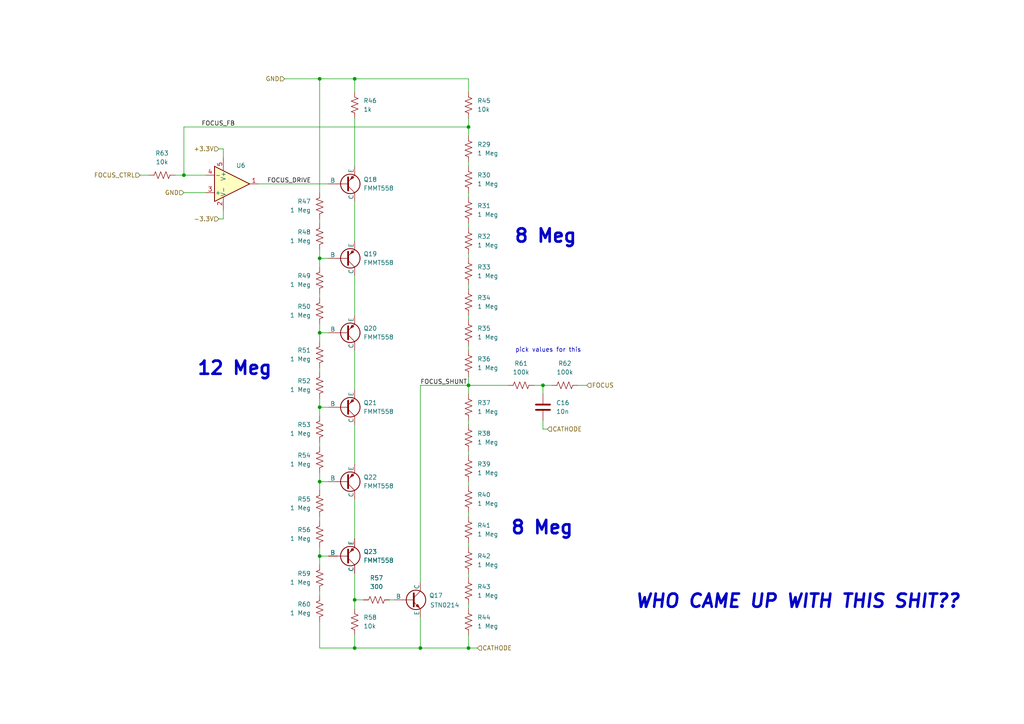
<source format=kicad_sch>
(kicad_sch (version 20250114) (generator "eeschema") (generator_version "9.0")
  (paper "A4")
  (title_block (title "Focus Amplifier"))
  (lib_symbols
    (symbol "Amplifier_Operational:TLV2371DBV" (pin_names (offset 0.127))
      (property "Reference" "U6" (at 2.54 5.334 0))
      (symbol "TLV2371DBV_0_1"
        (polyline (pts (xy -5.08 5.08) (xy 5.08 0) (xy -5.08 -5.08) (xy -5.08 5.08)) (stroke (width 0.254)) (fill (type background)))
        (pin power_in line (at -2.54 7.62 270) (length 3.81) (name "V+") (number "5"))
        (pin power_in line (at -2.54 -7.62 90) (length 3.81) (name "V-") (number "2"))
      )
      (symbol "TLV2371DBV_1_1"
        (pin input line (at -7.62 2.54 0) (length 2.54) (name "-") (number "4"))
        (pin input line (at -7.62 -2.54 0) (length 2.54) (name "+") (number "3"))
        (pin output line (at 7.62 0 180) (length 2.54) (name "~") (number "1"))
      )
    )
    (symbol "Device:C" (pin_numbers (hide yes)) (pin_names (offset 0.254))
      (property "Reference" "C" (at 0.635 2.54 0))
      (property "Value" "C" (at 0.635 -2.54 0))
      (symbol "C_0_1"
        (polyline (pts (xy -2.032 0.762) (xy 2.032 0.762)) (stroke (width 0.508)))
        (polyline (pts (xy -2.032 -0.762) (xy 2.032 -0.762)) (stroke (width 0.508)))
      )
      (symbol "C_1_1"
        (pin passive line (at 0 3.81 270) (length 2.794) (name "~") (number "1"))
        (pin passive line (at 0 -3.81 90) (length 2.794) (name "~") (number "2"))
      )
    )
    (symbol "Device:R_US" (pin_numbers (hide yes)) (pin_names (offset 0))
      (property "Reference" "R" (at 2.54 0 90))
      (property "Value" "R_US" (at -2.54 0 90))
      (symbol "R_US_0_1"
        (polyline (pts (xy 0 2.286) (xy 0 2.54)))
        (polyline (pts (xy 0 2.286) (xy 1.016 1.905) (xy 0 1.524) (xy -1.016 1.143) (xy 0 0.762)))
        (polyline (pts (xy 0 0.762) (xy 1.016 0.381) (xy 0 0) (xy -1.016 -0.381) (xy 0 -0.762)))
        (polyline (pts (xy 0 -0.762) (xy 1.016 -1.143) (xy 0 -1.524) (xy -1.016 -1.905) (xy 0 -2.286)))
        (polyline (pts (xy 0 -2.286) (xy 0 -2.54)))
      )
      (symbol "R_US_1_1"
        (pin passive line (at 0 3.81 270) (length 1.27) (name "~") (number "1"))
        (pin passive line (at 0 -3.81 90) (length 1.27) (name "~") (number "2"))
      )
    )
    (symbol "Simulation_SPICE:NPN" (pin_numbers (hide yes)) (pin_names (offset 0))
      (property "Reference" "Q" (at -2.54 7.62 0))
      (property "Value" "NPN" (at -2.54 5.08 0))
      (symbol "NPN_0_1"
        (polyline (pts (xy -2.54 0) (xy 0.635 0)) (stroke (width 0.1524)))
        (polyline (pts (xy 0.635 1.905) (xy 0.635 -1.905) (xy 0.635 -1.905)) (stroke (width 0.508)))
        (polyline (pts (xy 0.635 0.635) (xy 2.54 2.54)))
        (polyline (pts (xy 0.635 -0.635) (xy 2.54 -2.54) (xy 2.54 -2.54)))
        (circle (center 1.27 0) (radius 2.8194) (stroke (width 0.254)))
        (polyline (pts (xy 1.27 -1.778) (xy 1.778 -1.27) (xy 2.286 -2.286) (xy 1.27 -1.778) (xy 1.27 -1.778)) (fill (type outline)))
        (polyline (pts (xy 2.794 -1.27) (xy 2.794 -1.27)) (stroke (width 0.1524)))
        (polyline (pts (xy 2.794 -1.27) (xy 2.794 -1.27)) (stroke (width 0.1524)))
      )
      (symbol "NPN_1_1"
        (pin input line (at -5.08 0 0) (length 2.54) (name "B") (number "2"))
        (pin open_collector line (at 2.54 5.08 270) (length 2.54) (name "C") (number "1"))
        (pin open_emitter line (at 2.54 -5.08 90) (length 2.54) (name "E") (number "3"))
      )
    )
    (symbol "Simulation_SPICE:PNP" (pin_numbers (hide yes)) (pin_names (offset 0))
      (property "Reference" "Q" (at -2.54 7.62 0))
      (property "Value" "PNP" (at -2.54 5.08 0))
      (symbol "PNP_0_1"
        (polyline (pts (xy -2.54 0) (xy 0.635 0)) (stroke (width 0.1524)))
        (polyline (pts (xy 0.635 1.905) (xy 0.635 -1.905) (xy 0.635 -1.905)) (stroke (width 0.508)))
        (polyline (pts (xy 0.635 0.635) (xy 2.54 2.54)))
        (polyline (pts (xy 0.635 -0.635) (xy 2.54 -2.54) (xy 2.54 -2.54)))
        (circle (center 1.27 0) (radius 2.8194) (stroke (width 0.254)))
        (polyline (pts (xy 2.286 -1.778) (xy 1.778 -2.286) (xy 1.27 -1.27) (xy 2.286 -1.778) (xy 2.286 -1.778)) (fill (type outline)))
      )
      (symbol "PNP_1_1"
        (pin input line (at -5.08 0 0) (length 2.54) (name "B") (number "2"))
        (pin open_collector line (at 2.54 5.08 270) (length 2.54) (name "C") (number "1"))
        (pin open_emitter line (at 2.54 -5.08 90) (length 2.54) (name "E") (number "3"))
      )
    )
  )
  (text "12 Meg" (at 68.072 106.934 0) (effects (font (size 3.81 3.81) (thickness 0.762) (bold yes))))
  (text "pick values for this" (at 159.004 101.6 0) (effects (font (size 1.27 1.27))))
  (text "WHO CAME UP WITH THIS SHIT??" (at 231.394 174.498 0) (effects (font (size 3.81 3.81) (thickness 0.762) (bold yes) (italic yes))))
  (text "8 Meg" (at 158.242 68.58 0) (effects (font (size 3.81 3.81) (thickness 0.762) (bold yes))))
  (text "8 Meg" (at 157.226 153.162 0) (effects (font (size 3.81 3.81) (thickness 0.762) (bold yes))))
  (junction (at 135.89 187.96))
  (junction (at 157.48 111.76))
  (junction (at 92.71 22.86))
  (junction (at 92.71 139.7))
  (junction (at 92.71 96.52))
  (junction (at 92.71 74.93))
  (junction (at 135.89 36.83))
  (junction (at 121.92 187.96))
  (junction (at 135.89 111.76))
  (junction (at 102.87 173.99))
  (junction (at 92.71 161.29))
  (junction (at 53.34 50.8))
  (junction (at 102.87 22.86))
  (junction (at 92.71 118.11))
  (junction (at 102.87 187.96))
  (wire (pts (xy 157.48 111.76) (xy 157.48 114.3)))
  (wire (pts (xy 102.87 184.15) (xy 102.87 187.96)))
  (wire (pts (xy 92.71 187.96) (xy 92.71 180.34)))
  (wire (pts (xy 92.71 161.29) (xy 95.25 161.29)))
  (wire (pts (xy 135.89 111.76) (xy 135.89 114.3)))
  (wire (pts (xy 135.89 36.83) (xy 135.89 39.37)))
  (wire (pts (xy 92.71 171.45) (xy 92.71 172.72)))
  (wire (pts (xy 53.34 36.83) (xy 53.34 50.8)))
  (wire (pts (xy 135.89 111.76) (xy 147.32 111.76)))
  (wire (pts (xy 102.87 173.99) (xy 102.87 176.53)))
  (wire (pts (xy 92.71 115.57) (xy 92.71 118.11)))
  (wire (pts (xy 40.64 50.8) (xy 43.18 50.8)))
  (wire (pts (xy 92.71 72.39) (xy 92.71 74.93)))
  (wire (pts (xy 63.5 43.18) (xy 64.77 43.18)))
  (wire (pts (xy 135.89 121.92) (xy 135.89 123.19)))
  (wire (pts (xy 154.94 111.76) (xy 157.48 111.76)))
  (wire (pts (xy 135.89 166.37) (xy 135.89 167.64)))
  (wire (pts (xy 92.71 74.93) (xy 95.25 74.93)))
  (wire (pts (xy 135.89 187.96) (xy 138.43 187.96)))
  (wire (pts (xy 102.87 22.86) (xy 135.89 22.86)))
  (wire (pts (xy 135.89 175.26) (xy 135.89 176.53)))
  (wire (pts (xy 92.71 118.11) (xy 95.25 118.11)))
  (wire (pts (xy 135.89 139.7) (xy 135.89 140.97)))
  (wire (pts (xy 92.71 96.52) (xy 92.71 99.06)))
  (wire (pts (xy 92.71 128.27) (xy 92.71 129.54)))
  (wire (pts (xy 92.71 158.75) (xy 92.71 161.29)))
  (wire (pts (xy 102.87 187.96) (xy 92.71 187.96)))
  (wire (pts (xy 64.77 63.5) (xy 64.77 60.96)))
  (wire (pts (xy 92.71 149.86) (xy 92.71 151.13)))
  (wire (pts (xy 157.48 111.76) (xy 160.02 111.76)))
  (wire (pts (xy 102.87 48.26) (xy 102.87 34.29)))
  (wire (pts (xy 53.34 55.88) (xy 59.69 55.88)))
  (wire (pts (xy 121.92 168.91) (xy 121.92 111.76)))
  (wire (pts (xy 92.71 74.93) (xy 92.71 77.47)))
  (wire (pts (xy 102.87 58.42) (xy 102.87 69.85)))
  (wire (pts (xy 135.89 130.81) (xy 135.89 132.08)))
  (wire (pts (xy 92.71 139.7) (xy 92.71 142.24)))
  (wire (pts (xy 135.89 157.48) (xy 135.89 158.75)))
  (wire (pts (xy 92.71 22.86) (xy 92.71 55.88)))
  (wire (pts (xy 92.71 139.7) (xy 95.25 139.7)))
  (wire (pts (xy 64.77 43.18) (xy 64.77 45.72)))
  (wire (pts (xy 113.03 173.99) (xy 114.3 173.99)))
  (wire (pts (xy 102.87 173.99) (xy 105.41 173.99)))
  (wire (pts (xy 135.89 109.22) (xy 135.89 111.76)))
  (wire (pts (xy 158.75 124.46) (xy 157.48 124.46)))
  (wire (pts (xy 92.71 85.09) (xy 92.71 86.36)))
  (wire (pts (xy 102.87 22.86) (xy 102.87 26.67)))
  (wire (pts (xy 135.89 46.99) (xy 135.89 48.26)))
  (wire (pts (xy 53.34 36.83) (xy 135.89 36.83)))
  (wire (pts (xy 135.89 34.29) (xy 135.89 36.83)))
  (wire (pts (xy 135.89 55.88) (xy 135.89 57.15)))
  (wire (pts (xy 92.71 106.68) (xy 92.71 107.95)))
  (wire (pts (xy 92.71 137.16) (xy 92.71 139.7)))
  (wire (pts (xy 53.34 50.8) (xy 59.69 50.8)))
  (wire (pts (xy 92.71 161.29) (xy 92.71 163.83)))
  (wire (pts (xy 167.64 111.76) (xy 170.18 111.76)))
  (wire (pts (xy 92.71 63.5) (xy 92.71 64.77)))
  (wire (pts (xy 92.71 93.98) (xy 92.71 96.52)))
  (wire (pts (xy 74.93 53.34) (xy 95.25 53.34)))
  (wire (pts (xy 135.89 91.44) (xy 135.89 92.71)))
  (wire (pts (xy 102.87 80.01) (xy 102.87 91.44)))
  (wire (pts (xy 135.89 148.59) (xy 135.89 149.86)))
  (wire (pts (xy 92.71 22.86) (xy 102.87 22.86)))
  (wire (pts (xy 102.87 101.6) (xy 102.87 113.03)))
  (wire (pts (xy 63.5 63.5) (xy 64.77 63.5)))
  (wire (pts (xy 121.92 111.76) (xy 135.89 111.76)))
  (wire (pts (xy 50.8 50.8) (xy 53.34 50.8)))
  (wire (pts (xy 92.71 118.11) (xy 92.71 120.65)))
  (wire (pts (xy 102.87 166.37) (xy 102.87 173.99)))
  (wire (pts (xy 102.87 144.78) (xy 102.87 156.21)))
  (wire (pts (xy 92.71 96.52) (xy 95.25 96.52)))
  (wire (pts (xy 82.55 22.86) (xy 92.71 22.86)))
  (wire (pts (xy 135.89 73.66) (xy 135.89 74.93)))
  (wire (pts (xy 135.89 100.33) (xy 135.89 101.6)))
  (wire (pts (xy 157.48 124.46) (xy 157.48 121.92)))
  (wire (pts (xy 135.89 184.15) (xy 135.89 187.96)))
  (wire (pts (xy 102.87 123.19) (xy 102.87 134.62)))
  (wire (pts (xy 121.92 187.96) (xy 135.89 187.96)))
  (wire (pts (xy 135.89 82.55) (xy 135.89 83.82)))
  (wire (pts (xy 135.89 22.86) (xy 135.89 26.67)))
  (wire (pts (xy 135.89 64.77) (xy 135.89 66.04)))
  (wire (pts (xy 121.92 179.07) (xy 121.92 187.96)))
  (wire (pts (xy 121.92 187.96) (xy 102.87 187.96)))
  (label "FOCUS_FB" (at 58.42 36.83 0))
  (label "FOCUS_SHUNT" (at 121.92 111.76 0))
  (label "FOCUS_DRIVE" (at 77.47 53.34 0))
  (hierarchical_label "FOCUS_CTRL" (shape input) (at 40.64 50.8 180))
  (hierarchical_label "FOCUS" (shape input) (at 170.18 111.76 0))
  (hierarchical_label "GND" (shape input) (at 53.34 55.88 180))
  (hierarchical_label "-3.3V" (shape input) (at 63.5 63.5 180))
  (hierarchical_label "CATHODE" (shape input) (at 138.43 187.96 0))
  (hierarchical_label "+3.3V" (shape input) (at 63.5 43.18 180))
  (hierarchical_label "GND" (shape input) (at 82.55 22.86 180))
  (hierarchical_label "CATHODE" (shape input) (at 158.75 124.46 0))
  (symbol (lib_id "Device:R_US") (at 135.89 135.89 0) (unit 1)
    (property "Reference" "R39" (at 138.43 134.6199 0) (effects (justify left)))
    (property "Value" "1 Meg" (at 138.43 137.1599 0) (effects (justify left)))
    (property "Footprint" "Resistor_SMD:R_1206_3216Metric" (effects (hide yes)))
    (property "Description" "Resistor, US symbol" (effects (hide yes)))
  )
  (symbol (lib_id "Device:R_US") (at 92.71 81.28 0) (mirror y) (unit 1)
    (property "Reference" "R49" (at 90.17 80.0099 0) (effects (justify left)))
    (property "Value" "1 Meg" (at 90.17 82.5499 0) (effects (justify left)))
    (property "Footprint" "Resistor_SMD:R_1206_3216Metric" (effects (hide yes)))
    (property "Description" "Resistor, US symbol" (effects (hide yes)))
  )
  (symbol (lib_id "Device:R_US") (at 92.71 90.17 0) (mirror y) (unit 1)
    (property "Reference" "R50" (at 90.17 88.8999 0) (effects (justify left)))
    (property "Value" "1 Meg" (at 90.17 91.4399 0) (effects (justify left)))
    (property "Footprint" "Resistor_SMD:R_1206_3216Metric" (effects (hide yes)))
    (property "Description" "Resistor, US symbol" (effects (hide yes)))
  )
  (symbol (lib_id "Simulation_SPICE:PNP") (at 100.33 139.7 0) (mirror x) (unit 1)
    (property "Reference" "Q22" (at 105.41 138.4299 0) (effects (justify left)))
    (property "Value" "FMMT558" (at 105.41 140.9699 0) (effects (justify left)))
    (property "Datasheet" "https://ngspice.sourceforge.io/docs/ngspice-html-manual/manual.xhtml#cha_BJTs" (effects (hide yes)))
    (property "Description" "Bipolar transistor symbol for simulation only, substrate tied to the emitter" (effects (hide yes)))
    (property "Sim.Device" "PNP" (effects (hide yes)))
    (property "Sim.Type" "GUMMELPOON" (effects (hide yes)))
    (property "Sim.Pins" "1=C 2=B 3=E" (effects (hide yes)))
  )
  (symbol (lib_id "Device:R_US") (at 135.89 171.45 0) (unit 1)
    (property "Reference" "R43" (at 138.43 170.1799 0) (effects (justify left)))
    (property "Value" "1 Meg" (at 138.43 172.7199 0) (effects (justify left)))
    (property "Footprint" "Resistor_SMD:R_1206_3216Metric" (effects (hide yes)))
    (property "Description" "Resistor, US symbol" (effects (hide yes)))
  )
  (symbol (lib_id "Device:R_US") (at 163.83 111.76 90) (unit 1)
    (property "Reference" "R62" (at 163.83 105.41 90))
    (property "Value" "100k" (at 163.83 107.95 90))
    (property "Description" "Resistor, US symbol" (effects (hide yes)))
  )
  (symbol (lib_id "Device:R_US") (at 135.89 127 0) (unit 1)
    (property "Reference" "R38" (at 138.43 125.7299 0) (effects (justify left)))
    (property "Value" "1 Meg" (at 138.43 128.2699 0) (effects (justify left)))
    (property "Footprint" "Resistor_SMD:R_1206_3216Metric" (effects (hide yes)))
    (property "Description" "Resistor, US symbol" (effects (hide yes)))
  )
  (symbol (lib_id "Device:R_US") (at 92.71 68.58 0) (mirror y) (unit 1)
    (property "Reference" "R48" (at 90.17 67.3099 0) (effects (justify left)))
    (property "Value" "1 Meg" (at 90.17 69.8499 0) (effects (justify left)))
    (property "Footprint" "Resistor_SMD:R_1206_3216Metric" (effects (hide yes)))
    (property "Description" "Resistor, US symbol" (effects (hide yes)))
  )
  (symbol (lib_id "Device:R_US") (at 135.89 118.11 0) (unit 1)
    (property "Reference" "R37" (at 138.43 116.8399 0) (effects (justify left)))
    (property "Value" "1 Meg" (at 138.43 119.3799 0) (effects (justify left)))
    (property "Footprint" "Resistor_SMD:R_1206_3216Metric" (effects (hide yes)))
    (property "Description" "Resistor, US symbol" (effects (hide yes)))
  )
  (symbol (lib_id "Device:R_US") (at 135.89 43.18 0) (unit 1)
    (property "Reference" "R29" (at 138.43 41.9099 0) (effects (justify left)))
    (property "Value" "1 Meg" (at 138.43 44.4499 0) (effects (justify left)))
    (property "Footprint" "Resistor_SMD:R_1206_3216Metric" (effects (hide yes)))
    (property "Description" "Resistor, US symbol" (effects (hide yes)))
  )
  (symbol (lib_id "Device:C") (at 157.48 118.11 0) (unit 1)
    (property "Reference" "C16" (at 161.29 116.8399 0) (effects (justify left)))
    (property "Value" "10n" (at 161.29 119.3799 0) (effects (justify left)))
    (property "Description" "Unpolarized capacitor" (effects (hide yes)))
  )
  (symbol (lib_id "Device:R_US") (at 92.71 146.05 0) (mirror y) (unit 1)
    (property "Reference" "R55" (at 90.17 144.7799 0) (effects (justify left)))
    (property "Value" "1 Meg" (at 90.17 147.3199 0) (effects (justify left)))
    (property "Footprint" "Resistor_SMD:R_1206_3216Metric" (effects (hide yes)))
    (property "Description" "Resistor, US symbol" (effects (hide yes)))
  )
  (symbol (lib_id "Device:R_US") (at 102.87 30.48 0) (unit 1)
    (property "Reference" "R46" (at 105.41 29.2099 0) (effects (justify left)))
    (property "Value" "1k" (at 105.41 31.7499 0) (effects (justify left)))
    (property "Description" "Resistor, US symbol" (effects (hide yes)))
  )
  (symbol (lib_id "Simulation_SPICE:PNP") (at 100.33 161.29 0) (mirror x) (unit 1)
    (property "Reference" "Q23" (at 105.41 160.0199 0) (effects (justify left)))
    (property "Value" "FMMT558" (at 105.41 162.5599 0) (effects (justify left)))
    (property "Datasheet" "https://ngspice.sourceforge.io/docs/ngspice-html-manual/manual.xhtml#cha_BJTs" (effects (hide yes)))
    (property "Description" "Bipolar transistor symbol for simulation only, substrate tied to the emitter" (effects (hide yes)))
    (property "Sim.Device" "PNP" (effects (hide yes)))
    (property "Sim.Type" "GUMMELPOON" (effects (hide yes)))
    (property "Sim.Pins" "1=C 2=B 3=E" (effects (hide yes)))
  )
  (symbol (lib_id "Device:R_US") (at 151.13 111.76 90) (unit 1)
    (property "Reference" "R61" (at 151.13 105.41 90))
    (property "Value" "100k" (at 151.13 107.95 90))
    (property "Description" "Resistor, US symbol" (effects (hide yes)))
  )
  (symbol (lib_id "Device:R_US") (at 135.89 78.74 0) (unit 1)
    (property "Reference" "R33" (at 138.43 77.4699 0) (effects (justify left)))
    (property "Value" "1 Meg" (at 138.43 80.0099 0) (effects (justify left)))
    (property "Footprint" "Resistor_SMD:R_1206_3216Metric" (effects (hide yes)))
    (property "Description" "Resistor, US symbol" (effects (hide yes)))
  )
  (symbol (lib_id "Device:R_US") (at 135.89 87.63 0) (unit 1)
    (property "Reference" "R34" (at 138.43 86.3599 0) (effects (justify left)))
    (property "Value" "1 Meg" (at 138.43 88.8999 0) (effects (justify left)))
    (property "Footprint" "Resistor_SMD:R_1206_3216Metric" (effects (hide yes)))
    (property "Description" "Resistor, US symbol" (effects (hide yes)))
  )
  (symbol (lib_id "Device:R_US") (at 135.89 60.96 0) (unit 1)
    (property "Reference" "R31" (at 138.43 59.6899 0) (effects (justify left)))
    (property "Value" "1 Meg" (at 138.43 62.2299 0) (effects (justify left)))
    (property "Footprint" "Resistor_SMD:R_1206_3216Metric" (effects (hide yes)))
    (property "Description" "Resistor, US symbol" (effects (hide yes)))
  )
  (symbol (lib_id "Device:R_US") (at 102.87 180.34 0) (unit 1)
    (property "Reference" "R58" (at 105.41 179.0699 0) (effects (justify left)))
    (property "Value" "10k" (at 105.41 181.6099 0) (effects (justify left)))
    (property "Description" "Resistor, US symbol" (effects (hide yes)))
  )
  (symbol (lib_id "Device:R_US") (at 135.89 30.48 0) (unit 1)
    (property "Reference" "R45" (at 138.43 29.2099 0) (effects (justify left)))
    (property "Value" "10k" (at 138.43 31.7499 0) (effects (justify left)))
    (property "Description" "Resistor, US symbol" (effects (hide yes)))
  )
  (symbol (lib_id "Device:R_US") (at 92.71 59.69 0) (mirror y) (unit 1)
    (property "Reference" "R47" (at 90.17 58.4199 0) (effects (justify left)))
    (property "Value" "1 Meg" (at 90.17 60.9599 0) (effects (justify left)))
    (property "Footprint" "Resistor_SMD:R_1206_3216Metric" (effects (hide yes)))
    (property "Description" "Resistor, US symbol" (effects (hide yes)))
  )
  (symbol (lib_id "Device:R_US") (at 135.89 69.85 0) (unit 1)
    (property "Reference" "R32" (at 138.43 68.5799 0) (effects (justify left)))
    (property "Value" "1 Meg" (at 138.43 71.1199 0) (effects (justify left)))
    (property "Footprint" "Resistor_SMD:R_1206_3216Metric" (effects (hide yes)))
    (property "Description" "Resistor, US symbol" (effects (hide yes)))
  )
  (symbol (lib_id "Device:R_US") (at 109.22 173.99 90) (unit 1)
    (property "Reference" "R57" (at 109.22 167.64 90))
    (property "Value" "300" (at 109.22 170.18 90))
    (property "Description" "Resistor, US symbol" (effects (hide yes)))
  )
  (symbol (lib_id "Device:R_US") (at 92.71 102.87 0) (mirror y) (unit 1)
    (property "Reference" "R51" (at 90.17 101.5999 0) (effects (justify left)))
    (property "Value" "1 Meg" (at 90.17 104.1399 0) (effects (justify left)))
    (property "Footprint" "Resistor_SMD:R_1206_3216Metric" (effects (hide yes)))
    (property "Description" "Resistor, US symbol" (effects (hide yes)))
  )
  (symbol (lib_id "Simulation_SPICE:PNP") (at 100.33 53.34 0) (mirror x) (unit 1)
    (property "Reference" "Q18" (at 105.41 52.0699 0) (effects (justify left)))
    (property "Value" "FMMT558" (at 105.41 54.6099 0) (effects (justify left)))
    (property "Datasheet" "https://ngspice.sourceforge.io/docs/ngspice-html-manual/manual.xhtml#cha_BJTs" (effects (hide yes)))
    (property "Description" "Bipolar transistor symbol for simulation only, substrate tied to the emitter" (effects (hide yes)))
    (property "Sim.Device" "PNP" (effects (hide yes)))
    (property "Sim.Type" "GUMMELPOON" (effects (hide yes)))
    (property "Sim.Pins" "1=C 2=B 3=E" (effects (hide yes)))
  )
  (symbol (lib_id "Device:R_US") (at 92.71 154.94 0) (mirror y) (unit 1)
    (property "Reference" "R56" (at 90.17 153.6699 0) (effects (justify left)))
    (property "Value" "1 Meg" (at 90.17 156.2099 0) (effects (justify left)))
    (property "Footprint" "Resistor_SMD:R_1206_3216Metric" (effects (hide yes)))
    (property "Description" "Resistor, US symbol" (effects (hide yes)))
  )
  (symbol (lib_id "Device:R_US") (at 135.89 162.56 0) (unit 1)
    (property "Reference" "R42" (at 138.43 161.2899 0) (effects (justify left)))
    (property "Value" "1 Meg" (at 138.43 163.8299 0) (effects (justify left)))
    (property "Footprint" "Resistor_SMD:R_1206_3216Metric" (effects (hide yes)))
    (property "Description" "Resistor, US symbol" (effects (hide yes)))
  )
  (symbol (lib_id "Device:R_US") (at 92.71 124.46 0) (mirror y) (unit 1)
    (property "Reference" "R53" (at 90.17 123.1899 0) (effects (justify left)))
    (property "Value" "1 Meg" (at 90.17 125.7299 0) (effects (justify left)))
    (property "Footprint" "Resistor_SMD:R_1206_3216Metric" (effects (hide yes)))
    (property "Description" "Resistor, US symbol" (effects (hide yes)))
  )
  (symbol (lib_id "Simulation_SPICE:PNP") (at 100.33 96.52 0) (mirror x) (unit 1)
    (property "Reference" "Q20" (at 105.41 95.2499 0) (effects (justify left)))
    (property "Value" "FMMT558" (at 105.41 97.7899 0) (effects (justify left)))
    (property "Datasheet" "https://ngspice.sourceforge.io/docs/ngspice-html-manual/manual.xhtml#cha_BJTs" (effects (hide yes)))
    (property "Description" "Bipolar transistor symbol for simulation only, substrate tied to the emitter" (effects (hide yes)))
    (property "Sim.Device" "PNP" (effects (hide yes)))
    (property "Sim.Type" "GUMMELPOON" (effects (hide yes)))
    (property "Sim.Pins" "1=C 2=B 3=E" (effects (hide yes)))
  )
  (symbol (lib_id "Simulation_SPICE:NPN") (at 119.38 173.99 0) (unit 1)
    (property "Reference" "Q17" (at 124.46 172.72 0) (effects (justify left)))
    (property "Value" "STN0214" (at 124.714 175.514 0) (effects (justify left)))
    (property "Datasheet" "https://ngspice.sourceforge.io/docs/ngspice-html-manual/manual.xhtml#cha_BJTs" (effects (hide yes)))
    (property "Description" "Bipolar transistor symbol for simulation only, substrate tied to the emitter" (effects (hide yes)))
    (property "Sim.Device" "NPN" (effects (hide yes)))
    (property "Sim.Type" "GUMMELPOON" (effects (hide yes)))
    (property "Sim.Pins" "1=C 2=B 3=E" (effects (hide yes)))
  )
  (symbol (lib_id "Device:R_US") (at 92.71 111.76 0) (mirror y) (unit 1)
    (property "Reference" "R52" (at 90.17 110.4899 0) (effects (justify left)))
    (property "Value" "1 Meg" (at 90.17 113.0299 0) (effects (justify left)))
    (property "Footprint" "Resistor_SMD:R_1206_3216Metric" (effects (hide yes)))
    (property "Description" "Resistor, US symbol" (effects (hide yes)))
  )
  (symbol (lib_id "Device:R_US") (at 135.89 96.52 0) (unit 1)
    (property "Reference" "R35" (at 138.43 95.2499 0) (effects (justify left)))
    (property "Value" "1 Meg" (at 138.43 97.7899 0) (effects (justify left)))
    (property "Footprint" "Resistor_SMD:R_1206_3216Metric" (effects (hide yes)))
    (property "Description" "Resistor, US symbol" (effects (hide yes)))
  )
  (symbol (lib_id "Device:R_US") (at 135.89 153.67 0) (unit 1)
    (property "Reference" "R41" (at 138.43 152.3999 0) (effects (justify left)))
    (property "Value" "1 Meg" (at 138.43 154.9399 0) (effects (justify left)))
    (property "Footprint" "Resistor_SMD:R_1206_3216Metric" (effects (hide yes)))
    (property "Description" "Resistor, US symbol" (effects (hide yes)))
  )
  (symbol (lib_id "Device:R_US") (at 135.89 180.34 0) (unit 1)
    (property "Reference" "R44" (at 138.43 179.0699 0) (effects (justify left)))
    (property "Value" "1 Meg" (at 138.43 181.6099 0) (effects (justify left)))
    (property "Footprint" "Resistor_SMD:R_1206_3216Metric" (effects (hide yes)))
    (property "Description" "Resistor, US symbol" (effects (hide yes)))
  )
  (symbol (lib_id "Device:R_US") (at 135.89 144.78 0) (unit 1)
    (property "Reference" "R40" (at 138.43 143.5099 0) (effects (justify left)))
    (property "Value" "1 Meg" (at 138.43 146.0499 0) (effects (justify left)))
    (property "Footprint" "Resistor_SMD:R_1206_3216Metric" (effects (hide yes)))
    (property "Description" "Resistor, US symbol" (effects (hide yes)))
  )
  (symbol (lib_id "Device:R_US") (at 135.89 105.41 0) (unit 1)
    (property "Reference" "R36" (at 138.43 104.1399 0) (effects (justify left)))
    (property "Value" "1 Meg" (at 138.43 106.6799 0) (effects (justify left)))
    (property "Footprint" "Resistor_SMD:R_1206_3216Metric" (effects (hide yes)))
    (property "Description" "Resistor, US symbol" (effects (hide yes)))
  )
  (symbol (lib_id "Device:R_US") (at 92.71 167.64 0) (mirror y) (unit 1)
    (property "Reference" "R59" (at 90.17 166.3699 0) (effects (justify left)))
    (property "Value" "1 Meg" (at 90.17 168.9099 0) (effects (justify left)))
    (property "Footprint" "Resistor_SMD:R_1206_3216Metric" (effects (hide yes)))
    (property "Description" "Resistor, US symbol" (effects (hide yes)))
  )
  (symbol (lib_id "Simulation_SPICE:PNP") (at 100.33 118.11 0) (mirror x) (unit 1)
    (property "Reference" "Q21" (at 105.41 116.8399 0) (effects (justify left)))
    (property "Value" "FMMT558" (at 105.41 119.3799 0) (effects (justify left)))
    (property "Datasheet" "https://ngspice.sourceforge.io/docs/ngspice-html-manual/manual.xhtml#cha_BJTs" (effects (hide yes)))
    (property "Description" "Bipolar transistor symbol for simulation only, substrate tied to the emitter" (effects (hide yes)))
    (property "Sim.Device" "PNP" (effects (hide yes)))
    (property "Sim.Type" "GUMMELPOON" (effects (hide yes)))
    (property "Sim.Pins" "1=C 2=B 3=E" (effects (hide yes)))
  )
  (symbol (lib_id "Device:R_US") (at 92.71 133.35 0) (mirror y) (unit 1)
    (property "Reference" "R54" (at 90.17 132.0799 0) (effects (justify left)))
    (property "Value" "1 Meg" (at 90.17 134.6199 0) (effects (justify left)))
    (property "Footprint" "Resistor_SMD:R_1206_3216Metric" (effects (hide yes)))
    (property "Description" "Resistor, US symbol" (effects (hide yes)))
  )
  (symbol (lib_id "Device:R_US") (at 46.99 50.8 90) (unit 1)
    (property "Reference" "R63" (at 46.99 44.45 90))
    (property "Value" "10k" (at 46.99 46.99 90))
    (property "Description" "Resistor, US symbol" (effects (hide yes)))
  )
  (symbol (lib_id "Amplifier_Operational:TLV2371DBV") (at 67.31 53.34 0) (unit 1)
    (property "Reference" "U6" (at 69.85 48.006 0))
    (property "Value" "TLV2371DBV" (effects (hide yes)))
    (property "Footprint" "Package_TO_SOT_SMD:SOT-23-5" (effects (hide yes)))
    (property "Datasheet" "http://www.ti.com/lit/ds/symlink/tlv2375.pdf" (effects (hide yes)))
    (property "Description" "Rail-to-Rail Input/Output Operational Amplifier, SOT-23-5" (effects (hide yes)))
  )
  (symbol (lib_id "Device:R_US") (at 135.89 52.07 0) (unit 1)
    (property "Reference" "R30" (at 138.43 50.7999 0) (effects (justify left)))
    (property "Value" "1 Meg" (at 138.43 53.3399 0) (effects (justify left)))
    (property "Footprint" "Resistor_SMD:R_1206_3216Metric" (effects (hide yes)))
    (property "Description" "Resistor, US symbol" (effects (hide yes)))
  )
  (symbol (lib_id "Device:R_US") (at 92.71 176.53 0) (mirror y) (unit 1)
    (property "Reference" "R60" (at 90.17 175.2599 0) (effects (justify left)))
    (property "Value" "1 Meg" (at 90.17 177.7999 0) (effects (justify left)))
    (property "Footprint" "Resistor_SMD:R_1206_3216Metric" (effects (hide yes)))
    (property "Description" "Resistor, US symbol" (effects (hide yes)))
  )
  (symbol (lib_id "Simulation_SPICE:PNP") (at 100.33 74.93 0) (mirror x) (unit 1)
    (property "Reference" "Q19" (at 105.41 73.6599 0) (effects (justify left)))
    (property "Value" "FMMT558" (at 105.41 76.1999 0) (effects (justify left)))
    (property "Datasheet" "https://ngspice.sourceforge.io/docs/ngspice-html-manual/manual.xhtml#cha_BJTs" (effects (hide yes)))
    (property "Description" "Bipolar transistor symbol for simulation only, substrate tied to the emitter" (effects (hide yes)))
    (property "Sim.Device" "PNP" (effects (hide yes)))
    (property "Sim.Type" "GUMMELPOON" (effects (hide yes)))
    (property "Sim.Pins" "1=C 2=B 3=E" (effects (hide yes)))
  )
)
</source>
